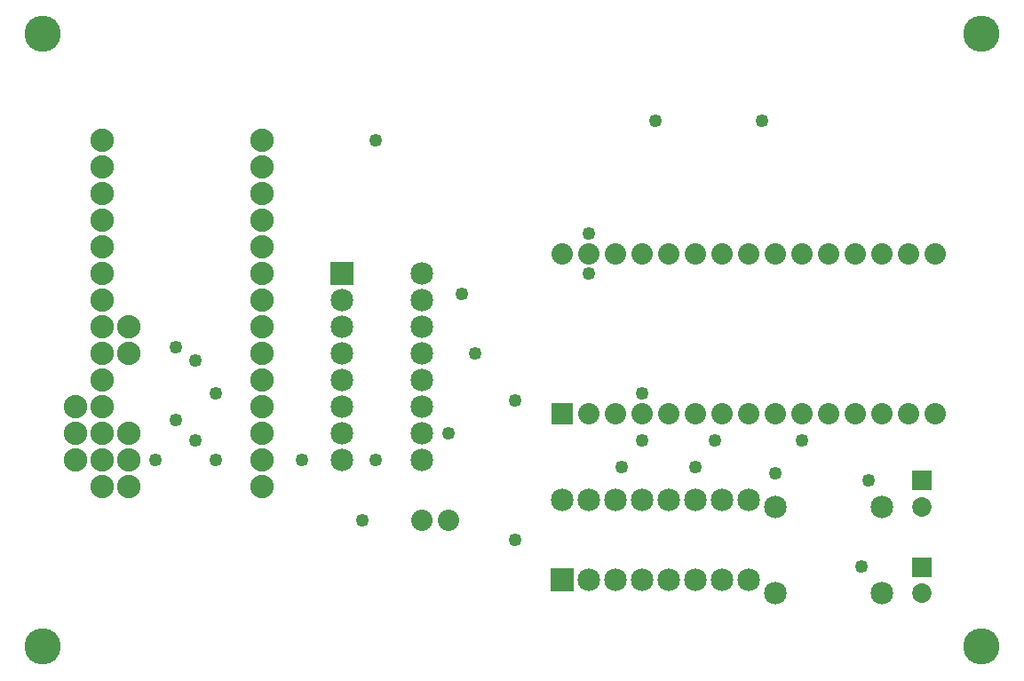
<source format=gts>
G04 MADE WITH FRITZING*
G04 WWW.FRITZING.ORG*
G04 DOUBLE SIDED*
G04 HOLES PLATED*
G04 CONTOUR ON CENTER OF CONTOUR VECTOR*
%ASAXBY*%
%FSLAX23Y23*%
%MOIN*%
%OFA0B0*%
%SFA1.0B1.0*%
%ADD10C,0.080000*%
%ADD11C,0.135984*%
%ADD12C,0.088000*%
%ADD13C,0.085000*%
%ADD14C,0.049370*%
%ADD15C,0.072992*%
%ADD16R,0.080000X0.079972*%
%ADD17R,0.085000X0.085000*%
%ADD18R,0.072992X0.072992*%
%LNMASK1*%
G90*
G70*
G54D10*
X2126Y1039D03*
X2226Y1039D03*
X2326Y1039D03*
X2426Y1039D03*
X2526Y1039D03*
X2626Y1039D03*
X2726Y1039D03*
X2826Y1039D03*
X2926Y1039D03*
X3026Y1039D03*
X3126Y1039D03*
X3226Y1039D03*
X3326Y1039D03*
X3426Y1039D03*
X3526Y1039D03*
X2126Y1639D03*
X2226Y1639D03*
X2326Y1639D03*
X2426Y1639D03*
X2526Y1639D03*
X2626Y1639D03*
X2726Y1639D03*
X2826Y1639D03*
X2926Y1639D03*
X3026Y1639D03*
X3126Y1639D03*
X3226Y1639D03*
X3326Y1639D03*
X3426Y1639D03*
X3526Y1639D03*
G54D11*
X176Y2464D03*
X3701Y2464D03*
X176Y164D03*
X3701Y164D03*
G54D12*
X1001Y2064D03*
X1001Y1964D03*
X1001Y1864D03*
X1001Y1764D03*
X1001Y1664D03*
X1001Y1564D03*
X1001Y1464D03*
X1001Y1364D03*
X1001Y1264D03*
X1001Y1164D03*
X1001Y1064D03*
X1001Y964D03*
X401Y2064D03*
X401Y1964D03*
X401Y1864D03*
X401Y1764D03*
X401Y1664D03*
X401Y1564D03*
X401Y1464D03*
X401Y1364D03*
X401Y1264D03*
X401Y1164D03*
X401Y1064D03*
X401Y964D03*
G54D10*
X1701Y639D03*
X1600Y639D03*
G54D12*
X401Y764D03*
X401Y864D03*
X1001Y764D03*
X1001Y864D03*
X301Y964D03*
X301Y1064D03*
X301Y864D03*
X501Y1364D03*
X501Y1264D03*
G54D13*
X1301Y1564D03*
X1601Y1564D03*
X1301Y1464D03*
X1601Y1464D03*
X1301Y1364D03*
X1601Y1364D03*
X1301Y1264D03*
X1601Y1264D03*
X1301Y1164D03*
X1601Y1164D03*
X1301Y1064D03*
X1601Y1064D03*
X1301Y964D03*
X1601Y964D03*
X1301Y864D03*
X1601Y864D03*
X2126Y414D03*
X2126Y714D03*
X2226Y414D03*
X2226Y714D03*
X2326Y414D03*
X2326Y714D03*
X2426Y414D03*
X2426Y714D03*
X2526Y414D03*
X2526Y714D03*
X2626Y414D03*
X2626Y714D03*
X2726Y414D03*
X2726Y714D03*
X2826Y414D03*
X2826Y714D03*
G54D12*
X501Y764D03*
X501Y964D03*
X501Y864D03*
G54D14*
X2426Y939D03*
X2701Y939D03*
X2626Y839D03*
X2351Y839D03*
X1426Y864D03*
X1701Y964D03*
X1376Y639D03*
X2876Y2139D03*
X2476Y2139D03*
X1801Y1264D03*
X1951Y1089D03*
X826Y864D03*
X826Y1114D03*
X751Y939D03*
X751Y1239D03*
X676Y1289D03*
X676Y1014D03*
X601Y864D03*
X1426Y2064D03*
X1951Y564D03*
X1151Y864D03*
X2426Y1114D03*
X1751Y1489D03*
X2226Y1714D03*
X2226Y1564D03*
G54D13*
X2926Y364D03*
X3326Y364D03*
G54D15*
X3476Y463D03*
X3476Y364D03*
X3476Y788D03*
X3476Y689D03*
G54D13*
X2926Y689D03*
X3326Y689D03*
G54D14*
X3026Y939D03*
X3276Y789D03*
X2926Y814D03*
X3251Y464D03*
G54D16*
X2126Y1039D03*
G54D17*
X1301Y1564D03*
X2126Y414D03*
G54D18*
X3476Y463D03*
X3476Y788D03*
G04 End of Mask1*
M02*
</source>
